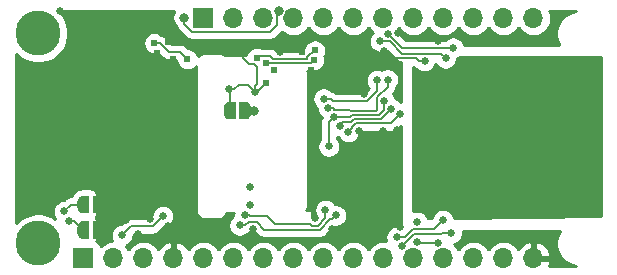
<source format=gbr>
G04 #@! TF.GenerationSoftware,KiCad,Pcbnew,(5.1.4)-1*
G04 #@! TF.CreationDate,2019-12-01T21:56:44-05:00*
G04 #@! TF.ProjectId,Feather-weather-station,46656174-6865-4722-9d77-656174686572,rev?*
G04 #@! TF.SameCoordinates,Original*
G04 #@! TF.FileFunction,Copper,L2,Bot*
G04 #@! TF.FilePolarity,Positive*
%FSLAX46Y46*%
G04 Gerber Fmt 4.6, Leading zero omitted, Abs format (unit mm)*
G04 Created by KiCad (PCBNEW (5.1.4)-1) date 2019-12-01 21:56:44*
%MOMM*%
%LPD*%
G04 APERTURE LIST*
%ADD10C,0.500000*%
%ADD11C,0.100000*%
%ADD12C,3.800000*%
%ADD13O,1.700000X1.700000*%
%ADD14R,1.700000X1.700000*%
%ADD15C,0.660400*%
%ADD16C,0.800000*%
%ADD17C,0.609600*%
%ADD18C,0.152400*%
%ADD19C,0.254000*%
G04 APERTURE END LIST*
D10*
X139331700Y-60058300D03*
D11*
G36*
X139331700Y-59308902D02*
G01*
X139356234Y-59308902D01*
X139405065Y-59313712D01*
X139453190Y-59323284D01*
X139500145Y-59337528D01*
X139545478Y-59356305D01*
X139588751Y-59379436D01*
X139629550Y-59406696D01*
X139667479Y-59437824D01*
X139702176Y-59472521D01*
X139733304Y-59510450D01*
X139760564Y-59551249D01*
X139783695Y-59594522D01*
X139802472Y-59639855D01*
X139816716Y-59686810D01*
X139826288Y-59734935D01*
X139831098Y-59783766D01*
X139831098Y-59808300D01*
X139831700Y-59808300D01*
X139831700Y-60308300D01*
X139831098Y-60308300D01*
X139831098Y-60332834D01*
X139826288Y-60381665D01*
X139816716Y-60429790D01*
X139802472Y-60476745D01*
X139783695Y-60522078D01*
X139760564Y-60565351D01*
X139733304Y-60606150D01*
X139702176Y-60644079D01*
X139667479Y-60678776D01*
X139629550Y-60709904D01*
X139588751Y-60737164D01*
X139545478Y-60760295D01*
X139500145Y-60779072D01*
X139453190Y-60793316D01*
X139405065Y-60802888D01*
X139356234Y-60807698D01*
X139331700Y-60807698D01*
X139331700Y-60808300D01*
X138831700Y-60808300D01*
X138831700Y-59308300D01*
X139331700Y-59308300D01*
X139331700Y-59308902D01*
X139331700Y-59308902D01*
G37*
D10*
X138031700Y-60058300D03*
D11*
G36*
X138531700Y-60808300D02*
G01*
X138031700Y-60808300D01*
X138031700Y-60807698D01*
X138007166Y-60807698D01*
X137958335Y-60802888D01*
X137910210Y-60793316D01*
X137863255Y-60779072D01*
X137817922Y-60760295D01*
X137774649Y-60737164D01*
X137733850Y-60709904D01*
X137695921Y-60678776D01*
X137661224Y-60644079D01*
X137630096Y-60606150D01*
X137602836Y-60565351D01*
X137579705Y-60522078D01*
X137560928Y-60476745D01*
X137546684Y-60429790D01*
X137537112Y-60381665D01*
X137532302Y-60332834D01*
X137532302Y-60308300D01*
X137531700Y-60308300D01*
X137531700Y-59808300D01*
X137532302Y-59808300D01*
X137532302Y-59783766D01*
X137537112Y-59734935D01*
X137546684Y-59686810D01*
X137560928Y-59639855D01*
X137579705Y-59594522D01*
X137602836Y-59551249D01*
X137630096Y-59510450D01*
X137661224Y-59472521D01*
X137695921Y-59437824D01*
X137733850Y-59406696D01*
X137774649Y-59379436D01*
X137817922Y-59356305D01*
X137863255Y-59337528D01*
X137910210Y-59323284D01*
X137958335Y-59313712D01*
X138007166Y-59308902D01*
X138031700Y-59308902D01*
X138031700Y-59308300D01*
X138531700Y-59308300D01*
X138531700Y-60808300D01*
X138531700Y-60808300D01*
G37*
D12*
X121831100Y-71310500D03*
X121831100Y-53530500D03*
D13*
X163741100Y-72580500D03*
X161201100Y-72580500D03*
X158661100Y-72580500D03*
X156121100Y-72580500D03*
X153581100Y-72580500D03*
X151041100Y-72580500D03*
X148501100Y-72580500D03*
X145961100Y-72580500D03*
X143421100Y-72580500D03*
X140881100Y-72580500D03*
X138341100Y-72580500D03*
X135801100Y-72580500D03*
X133261100Y-72580500D03*
X130721100Y-72580500D03*
X128181100Y-72580500D03*
D14*
X125641100Y-72580500D03*
D13*
X163741100Y-52260500D03*
X161201100Y-52260500D03*
X158661100Y-52260500D03*
X156121100Y-52260500D03*
X153581100Y-52260500D03*
X151041100Y-52260500D03*
X148501100Y-52260500D03*
X145961100Y-52260500D03*
X143421100Y-52260500D03*
X140881100Y-52260500D03*
X138341100Y-52260500D03*
D14*
X135801100Y-52260500D03*
D10*
X126936500Y-70167500D03*
D11*
G36*
X126936500Y-69418102D02*
G01*
X126961034Y-69418102D01*
X127009865Y-69422912D01*
X127057990Y-69432484D01*
X127104945Y-69446728D01*
X127150278Y-69465505D01*
X127193551Y-69488636D01*
X127234350Y-69515896D01*
X127272279Y-69547024D01*
X127306976Y-69581721D01*
X127338104Y-69619650D01*
X127365364Y-69660449D01*
X127388495Y-69703722D01*
X127407272Y-69749055D01*
X127421516Y-69796010D01*
X127431088Y-69844135D01*
X127435898Y-69892966D01*
X127435898Y-69917500D01*
X127436500Y-69917500D01*
X127436500Y-70417500D01*
X127435898Y-70417500D01*
X127435898Y-70442034D01*
X127431088Y-70490865D01*
X127421516Y-70538990D01*
X127407272Y-70585945D01*
X127388495Y-70631278D01*
X127365364Y-70674551D01*
X127338104Y-70715350D01*
X127306976Y-70753279D01*
X127272279Y-70787976D01*
X127234350Y-70819104D01*
X127193551Y-70846364D01*
X127150278Y-70869495D01*
X127104945Y-70888272D01*
X127057990Y-70902516D01*
X127009865Y-70912088D01*
X126961034Y-70916898D01*
X126936500Y-70916898D01*
X126936500Y-70917500D01*
X126436500Y-70917500D01*
X126436500Y-69417500D01*
X126936500Y-69417500D01*
X126936500Y-69418102D01*
X126936500Y-69418102D01*
G37*
D10*
X125636500Y-70167500D03*
D11*
G36*
X126136500Y-70917500D02*
G01*
X125636500Y-70917500D01*
X125636500Y-70916898D01*
X125611966Y-70916898D01*
X125563135Y-70912088D01*
X125515010Y-70902516D01*
X125468055Y-70888272D01*
X125422722Y-70869495D01*
X125379449Y-70846364D01*
X125338650Y-70819104D01*
X125300721Y-70787976D01*
X125266024Y-70753279D01*
X125234896Y-70715350D01*
X125207636Y-70674551D01*
X125184505Y-70631278D01*
X125165728Y-70585945D01*
X125151484Y-70538990D01*
X125141912Y-70490865D01*
X125137102Y-70442034D01*
X125137102Y-70417500D01*
X125136500Y-70417500D01*
X125136500Y-69917500D01*
X125137102Y-69917500D01*
X125137102Y-69892966D01*
X125141912Y-69844135D01*
X125151484Y-69796010D01*
X125165728Y-69749055D01*
X125184505Y-69703722D01*
X125207636Y-69660449D01*
X125234896Y-69619650D01*
X125266024Y-69581721D01*
X125300721Y-69547024D01*
X125338650Y-69515896D01*
X125379449Y-69488636D01*
X125422722Y-69465505D01*
X125468055Y-69446728D01*
X125515010Y-69432484D01*
X125563135Y-69422912D01*
X125611966Y-69418102D01*
X125636500Y-69418102D01*
X125636500Y-69417500D01*
X126136500Y-69417500D01*
X126136500Y-70917500D01*
X126136500Y-70917500D01*
G37*
D10*
X126936500Y-68021200D03*
D11*
G36*
X126936500Y-67271802D02*
G01*
X126961034Y-67271802D01*
X127009865Y-67276612D01*
X127057990Y-67286184D01*
X127104945Y-67300428D01*
X127150278Y-67319205D01*
X127193551Y-67342336D01*
X127234350Y-67369596D01*
X127272279Y-67400724D01*
X127306976Y-67435421D01*
X127338104Y-67473350D01*
X127365364Y-67514149D01*
X127388495Y-67557422D01*
X127407272Y-67602755D01*
X127421516Y-67649710D01*
X127431088Y-67697835D01*
X127435898Y-67746666D01*
X127435898Y-67771200D01*
X127436500Y-67771200D01*
X127436500Y-68271200D01*
X127435898Y-68271200D01*
X127435898Y-68295734D01*
X127431088Y-68344565D01*
X127421516Y-68392690D01*
X127407272Y-68439645D01*
X127388495Y-68484978D01*
X127365364Y-68528251D01*
X127338104Y-68569050D01*
X127306976Y-68606979D01*
X127272279Y-68641676D01*
X127234350Y-68672804D01*
X127193551Y-68700064D01*
X127150278Y-68723195D01*
X127104945Y-68741972D01*
X127057990Y-68756216D01*
X127009865Y-68765788D01*
X126961034Y-68770598D01*
X126936500Y-68770598D01*
X126936500Y-68771200D01*
X126436500Y-68771200D01*
X126436500Y-67271200D01*
X126936500Y-67271200D01*
X126936500Y-67271802D01*
X126936500Y-67271802D01*
G37*
D10*
X125636500Y-68021200D03*
D11*
G36*
X126136500Y-68771200D02*
G01*
X125636500Y-68771200D01*
X125636500Y-68770598D01*
X125611966Y-68770598D01*
X125563135Y-68765788D01*
X125515010Y-68756216D01*
X125468055Y-68741972D01*
X125422722Y-68723195D01*
X125379449Y-68700064D01*
X125338650Y-68672804D01*
X125300721Y-68641676D01*
X125266024Y-68606979D01*
X125234896Y-68569050D01*
X125207636Y-68528251D01*
X125184505Y-68484978D01*
X125165728Y-68439645D01*
X125151484Y-68392690D01*
X125141912Y-68344565D01*
X125137102Y-68295734D01*
X125137102Y-68271200D01*
X125136500Y-68271200D01*
X125136500Y-67771200D01*
X125137102Y-67771200D01*
X125137102Y-67746666D01*
X125141912Y-67697835D01*
X125151484Y-67649710D01*
X125165728Y-67602755D01*
X125184505Y-67557422D01*
X125207636Y-67514149D01*
X125234896Y-67473350D01*
X125266024Y-67435421D01*
X125300721Y-67400724D01*
X125338650Y-67369596D01*
X125379449Y-67342336D01*
X125422722Y-67319205D01*
X125468055Y-67300428D01*
X125515010Y-67286184D01*
X125563135Y-67276612D01*
X125611966Y-67271802D01*
X125636500Y-67271802D01*
X125636500Y-67271200D01*
X126136500Y-67271200D01*
X126136500Y-68771200D01*
X126136500Y-68771200D01*
G37*
D15*
X138861800Y-69786500D03*
X147015200Y-68948300D03*
X152455880Y-60365640D03*
X148082000Y-61864240D03*
X139306300Y-68948300D03*
X146138900Y-68491100D03*
X151719280Y-59903360D03*
X147330160Y-61371480D03*
X151130000Y-59273440D03*
X146847560Y-60604400D03*
X146410680Y-63103760D03*
X132384799Y-68986399D03*
X128905000Y-70612000D03*
D16*
X134200900Y-52197000D03*
X142214600Y-51625500D03*
D15*
X126022100Y-60528200D03*
X124498100Y-65138300D03*
X153847800Y-71196200D03*
X152476200Y-69926200D03*
X140157600Y-58464600D03*
X137947400Y-58242200D03*
X131267200Y-69240400D03*
X132765800Y-69799200D03*
X130276600Y-70485000D03*
X129209800Y-69342000D03*
X139153900Y-55168800D03*
D17*
X132842000Y-54241700D03*
X131864100Y-55232300D03*
X134683500Y-54673500D03*
X133261100Y-55689500D03*
X141122400Y-57696100D03*
X141782800Y-56667400D03*
D15*
X142265400Y-55067200D03*
D17*
X144157700Y-55079900D03*
X144881600Y-56629300D03*
D15*
X150850600Y-66001900D03*
X123634500Y-51676300D03*
X134480300Y-67792600D03*
X139788900Y-66560700D03*
X140017500Y-70129400D03*
X139776200Y-68046600D03*
X145249900Y-69189600D03*
X146672300Y-70129400D03*
X149387560Y-58648600D03*
X152262840Y-53512720D03*
X151069040Y-55041800D03*
X151023320Y-61788040D03*
X145496280Y-57856120D03*
X148981160Y-61757560D03*
X155641040Y-54183280D03*
X154523440Y-55869840D03*
X155646120Y-71236840D03*
X153908760Y-69499480D03*
X158186120Y-70744080D03*
X165333680Y-70672960D03*
X165877240Y-72882760D03*
X150942040Y-64135000D03*
X152120600Y-64160400D03*
X152069800Y-65389760D03*
X152186640Y-61691520D03*
X144876520Y-58648600D03*
X124871480Y-55153560D03*
X126075440Y-54315360D03*
X130423920Y-54234080D03*
X129702560Y-57271920D03*
X130931920Y-55377080D03*
X121508520Y-59039760D03*
X123718320Y-59065160D03*
X127579120Y-60116720D03*
X121478040Y-65166240D03*
X123484640Y-61513720D03*
X123235720Y-63271400D03*
X128132840Y-66898520D03*
X124729240Y-66675000D03*
X135021320Y-59766200D03*
X134975600Y-62565280D03*
X134833360Y-65140840D03*
X161198560Y-70647560D03*
X148325840Y-68737480D03*
X126685040Y-66614040D03*
X152603200Y-71551800D03*
X156806900Y-70446900D03*
X152184100Y-70777100D03*
X156070300Y-69354700D03*
X124002800Y-68605400D03*
X124383800Y-69418200D03*
X146375120Y-59842400D03*
X150774400Y-54203600D03*
X156301440Y-55646320D03*
X151399240Y-57439560D03*
D17*
X134454900Y-55727600D03*
X131635500Y-54356000D03*
D15*
X150515320Y-57500520D03*
X145978880Y-59070240D03*
X151404320Y-53594000D03*
X156941520Y-54737000D03*
D17*
X141071600Y-56045100D03*
X145161000Y-55791100D03*
X140335000Y-55587900D03*
X145237200Y-54978300D03*
D16*
X140103400Y-60118800D03*
D15*
X153944320Y-57180480D03*
X157793600Y-57353200D03*
X166730680Y-55935880D03*
X168955720Y-57353200D03*
X168940480Y-67467480D03*
X157793600Y-67467480D03*
X163306760Y-61259720D03*
X155529280Y-56581040D03*
X155163520Y-61584840D03*
D18*
X139328773Y-69786500D02*
X138861800Y-69786500D01*
X139365574Y-69786500D02*
X139328773Y-69786500D01*
X140308573Y-69522999D02*
X139629075Y-69522999D01*
X139629075Y-69522999D02*
X139365574Y-69786500D01*
X140933985Y-70148411D02*
X140308573Y-69522999D01*
X145686946Y-70148411D02*
X140933985Y-70148411D01*
X146556857Y-69278499D02*
X145686946Y-70148411D01*
X146685001Y-69278499D02*
X146556857Y-69278499D01*
X147015200Y-68948300D02*
X146685001Y-69278499D01*
X148412199Y-61534041D02*
X148082000Y-61864240D01*
X148412199Y-61429047D02*
X148412199Y-61534041D01*
X148690087Y-61151159D02*
X148412199Y-61429047D01*
X151670361Y-61151159D02*
X148690087Y-61151159D01*
X152455880Y-60365640D02*
X151670361Y-61151159D01*
X139773273Y-68948300D02*
X139785973Y-68961000D01*
X139306300Y-68948300D02*
X139773273Y-68948300D01*
X139785973Y-68961000D02*
X141173200Y-68961000D01*
X141173200Y-68961000D02*
X141897100Y-69684900D01*
X146138900Y-68958073D02*
X146138900Y-68491100D01*
X146138900Y-69198074D02*
X146138900Y-68958073D01*
X145540973Y-69796001D02*
X146138900Y-69198074D01*
X144958827Y-69796001D02*
X145540973Y-69796001D01*
X144847726Y-69684900D02*
X144958827Y-69796001D01*
X141897100Y-69684900D02*
X144847726Y-69684900D01*
X148301583Y-61041281D02*
X148544114Y-60798749D01*
X147330160Y-61371480D02*
X147660359Y-61041281D01*
X147660359Y-61041281D02*
X148301583Y-61041281D01*
X150823891Y-60798749D02*
X151719280Y-59903360D01*
X148544114Y-60798749D02*
X150823891Y-60798749D01*
X151112879Y-59632239D02*
X151130000Y-59615118D01*
X151112879Y-60011379D02*
X151112879Y-59632239D01*
X151130000Y-59615118D02*
X151130000Y-59273440D01*
X146847560Y-60604400D02*
X148240080Y-60604400D01*
X148398141Y-60446339D02*
X150505741Y-60446339D01*
X150505741Y-60446339D02*
X150510240Y-60441840D01*
X150510240Y-60441840D02*
X150682418Y-60441840D01*
X148240080Y-60604400D02*
X148398141Y-60446339D01*
X150682418Y-60441840D02*
X151112879Y-60011379D01*
X146410680Y-61041280D02*
X146410680Y-63103760D01*
X146847560Y-60604400D02*
X146410680Y-61041280D01*
X132054600Y-69316598D02*
X132384799Y-68986399D01*
X131524397Y-69846801D02*
X132054600Y-69316598D01*
X129670199Y-69846801D02*
X131524397Y-69846801D01*
X128905000Y-70612000D02*
X129670199Y-69846801D01*
X134200900Y-52762685D02*
X134200900Y-52197000D01*
X134824916Y-53386701D02*
X134200900Y-52762685D01*
X141421677Y-53386701D02*
X134824916Y-53386701D01*
X142007301Y-52801077D02*
X141421677Y-53386701D01*
X142007301Y-51719923D02*
X142007301Y-52801077D01*
X142101724Y-51625500D02*
X142007301Y-51719923D01*
X142214600Y-51625500D02*
X142101724Y-51625500D01*
X138414373Y-58242200D02*
X138795373Y-57861200D01*
X137947400Y-58242200D02*
X138414373Y-58242200D01*
X139554200Y-57861200D02*
X140157600Y-58464600D01*
X138795373Y-57861200D02*
X139554200Y-57861200D01*
X140347700Y-57807527D02*
X140157600Y-57997627D01*
X140157600Y-57997627D02*
X140157600Y-58464600D01*
X139153900Y-55168800D02*
X139153900Y-55635773D01*
X139153900Y-55635773D02*
X139636500Y-56118373D01*
X139636500Y-56118373D02*
X139636500Y-56146700D01*
X139636500Y-56146700D02*
X140119100Y-56146700D01*
X140119100Y-56146700D02*
X140347700Y-56375300D01*
X140347700Y-56375300D02*
X140347700Y-57807527D01*
X140353900Y-58464600D02*
X141122400Y-57696100D01*
X140157600Y-58464600D02*
X140353900Y-58464600D01*
X138031700Y-58326500D02*
X137947400Y-58242200D01*
X138031700Y-60058300D02*
X138031700Y-58326500D01*
X151399239Y-55371999D02*
X151069040Y-55041800D01*
X151643089Y-55615849D02*
X151399239Y-55371999D01*
X153802476Y-55615849D02*
X151643089Y-55615849D01*
X154056467Y-55869840D02*
X153802476Y-55615849D01*
X154523440Y-55869840D02*
X154056467Y-55869840D01*
X153888440Y-71236840D02*
X153847800Y-71196200D01*
X155646120Y-71236840D02*
X153888440Y-71236840D01*
X155902001Y-70513599D02*
X155968700Y-70446900D01*
X153641401Y-70513599D02*
X152603200Y-71551800D01*
X155902001Y-70513599D02*
X153641401Y-70513599D01*
X155968700Y-70446900D02*
X156806900Y-70446900D01*
X155740101Y-69684899D02*
X156070300Y-69354700D01*
X155311499Y-70113501D02*
X155740101Y-69684899D01*
X153543118Y-70113501D02*
X155311499Y-70113501D01*
X152879519Y-70777100D02*
X153543118Y-70113501D01*
X152184100Y-70777100D02*
X152879519Y-70777100D01*
X125534900Y-68605400D02*
X125674600Y-68465700D01*
X124587000Y-68021200D02*
X125636500Y-68021200D01*
X124002800Y-68605400D02*
X124587000Y-68021200D01*
X125217400Y-69748400D02*
X125636500Y-70167500D01*
X124887200Y-69418200D02*
X125636500Y-70167500D01*
X124383800Y-69418200D02*
X124887200Y-69418200D01*
X150774400Y-54203600D02*
X151557864Y-54203600D01*
X151557864Y-54203600D02*
X152617703Y-55263439D01*
X155918559Y-55263439D02*
X156301440Y-55646320D01*
X152617703Y-55263439D02*
X155918559Y-55263439D01*
X151399240Y-58069480D02*
X151399240Y-57439560D01*
X150523599Y-58945121D02*
X151399240Y-58069480D01*
X150523599Y-60022081D02*
X150523599Y-58945121D01*
X148262409Y-60093929D02*
X150451751Y-60093929D01*
X150451751Y-60093929D02*
X150523599Y-60022081D01*
X146842093Y-59842400D02*
X146872960Y-59873267D01*
X146872960Y-59873267D02*
X146872960Y-59979560D01*
X146375120Y-59842400D02*
X146842093Y-59842400D01*
X146872960Y-59979560D02*
X146891399Y-59997999D01*
X146891399Y-59997999D02*
X148166479Y-59997999D01*
X148166479Y-59997999D02*
X148262409Y-60093929D01*
X134150101Y-55422801D02*
X134454900Y-55727600D01*
X133835799Y-55108499D02*
X134150101Y-55422801D01*
X132848917Y-55108499D02*
X133835799Y-55108499D01*
X132096418Y-54356000D02*
X132848917Y-55108499D01*
X131635500Y-54356000D02*
X132096418Y-54356000D01*
X150515320Y-57967493D02*
X150515320Y-57500520D01*
X150515320Y-58418314D02*
X150515320Y-57967493D01*
X149678633Y-59255001D02*
X150515320Y-58418314D01*
X146753077Y-59255001D02*
X149678633Y-59255001D01*
X146568316Y-59070240D02*
X146753077Y-59255001D01*
X145978880Y-59070240D02*
X146568316Y-59070240D01*
X151446646Y-53594000D02*
X152642327Y-54789681D01*
X151404320Y-53594000D02*
X151446646Y-53594000D01*
X156474547Y-54737000D02*
X156941520Y-54737000D01*
X156421866Y-54789681D02*
X156474547Y-54737000D01*
X152642327Y-54789681D02*
X156421866Y-54789681D01*
X144907000Y-56045100D02*
X145161000Y-55791100D01*
X141071600Y-56045100D02*
X144907000Y-56045100D01*
X144882119Y-55210099D02*
X145005401Y-55210099D01*
X140335000Y-55587900D02*
X140458801Y-55464099D01*
X145005401Y-55210099D02*
X145237200Y-54978300D01*
X141430399Y-55464099D02*
X141658990Y-55692690D01*
X141658990Y-55692690D02*
X144579999Y-55692690D01*
X144579999Y-55692690D02*
X144579999Y-55512219D01*
X140458801Y-55464099D02*
X141430399Y-55464099D01*
X144579999Y-55512219D02*
X144882119Y-55210099D01*
X139392200Y-60118800D02*
X139331700Y-60058300D01*
X140103400Y-60118800D02*
X139392200Y-60118800D01*
D19*
G36*
X165880634Y-70417618D02*
G01*
X165738539Y-70760666D01*
X165666100Y-71124844D01*
X165666100Y-71496156D01*
X165738539Y-71860334D01*
X165880634Y-72203382D01*
X166086925Y-72512118D01*
X166349482Y-72774675D01*
X166658218Y-72980966D01*
X167001266Y-73123061D01*
X167340307Y-73190500D01*
X165092796Y-73190500D01*
X165182581Y-72937391D01*
X165061914Y-72707500D01*
X163868100Y-72707500D01*
X163868100Y-72727500D01*
X163614100Y-72727500D01*
X163614100Y-72707500D01*
X163594100Y-72707500D01*
X163594100Y-72453500D01*
X163614100Y-72453500D01*
X163614100Y-71260345D01*
X163868100Y-71260345D01*
X163868100Y-72453500D01*
X165061914Y-72453500D01*
X165182581Y-72223609D01*
X165085257Y-71949248D01*
X164936278Y-71699145D01*
X164741369Y-71482912D01*
X164508020Y-71308859D01*
X164245199Y-71183675D01*
X164097990Y-71139024D01*
X163868100Y-71260345D01*
X163614100Y-71260345D01*
X163384210Y-71139024D01*
X163237001Y-71183675D01*
X162974180Y-71308859D01*
X162740831Y-71482912D01*
X162545922Y-71699145D01*
X162476301Y-71816023D01*
X162441806Y-71751486D01*
X162256234Y-71525366D01*
X162030114Y-71339794D01*
X161772134Y-71201901D01*
X161492211Y-71116987D01*
X161274050Y-71095500D01*
X161128150Y-71095500D01*
X160909989Y-71116987D01*
X160630066Y-71201901D01*
X160372086Y-71339794D01*
X160145966Y-71525366D01*
X159960394Y-71751486D01*
X159931100Y-71806291D01*
X159901806Y-71751486D01*
X159716234Y-71525366D01*
X159490114Y-71339794D01*
X159232134Y-71201901D01*
X158952211Y-71116987D01*
X158734050Y-71095500D01*
X158588150Y-71095500D01*
X158369989Y-71116987D01*
X158090066Y-71201901D01*
X157832086Y-71339794D01*
X157605966Y-71525366D01*
X157420394Y-71751486D01*
X157391100Y-71806291D01*
X157361806Y-71751486D01*
X157176234Y-71525366D01*
X157011637Y-71390285D01*
X157088438Y-71375008D01*
X157264094Y-71302249D01*
X157422179Y-71196620D01*
X157556620Y-71062179D01*
X157662249Y-70904094D01*
X157735008Y-70728438D01*
X157772100Y-70541964D01*
X157772100Y-70351836D01*
X157748064Y-70231000D01*
X166005328Y-70231000D01*
X165880634Y-70417618D01*
X165880634Y-70417618D01*
G37*
X165880634Y-70417618D02*
X165738539Y-70760666D01*
X165666100Y-71124844D01*
X165666100Y-71496156D01*
X165738539Y-71860334D01*
X165880634Y-72203382D01*
X166086925Y-72512118D01*
X166349482Y-72774675D01*
X166658218Y-72980966D01*
X167001266Y-73123061D01*
X167340307Y-73190500D01*
X165092796Y-73190500D01*
X165182581Y-72937391D01*
X165061914Y-72707500D01*
X163868100Y-72707500D01*
X163868100Y-72727500D01*
X163614100Y-72727500D01*
X163614100Y-72707500D01*
X163594100Y-72707500D01*
X163594100Y-72453500D01*
X163614100Y-72453500D01*
X163614100Y-71260345D01*
X163868100Y-71260345D01*
X163868100Y-72453500D01*
X165061914Y-72453500D01*
X165182581Y-72223609D01*
X165085257Y-71949248D01*
X164936278Y-71699145D01*
X164741369Y-71482912D01*
X164508020Y-71308859D01*
X164245199Y-71183675D01*
X164097990Y-71139024D01*
X163868100Y-71260345D01*
X163614100Y-71260345D01*
X163384210Y-71139024D01*
X163237001Y-71183675D01*
X162974180Y-71308859D01*
X162740831Y-71482912D01*
X162545922Y-71699145D01*
X162476301Y-71816023D01*
X162441806Y-71751486D01*
X162256234Y-71525366D01*
X162030114Y-71339794D01*
X161772134Y-71201901D01*
X161492211Y-71116987D01*
X161274050Y-71095500D01*
X161128150Y-71095500D01*
X160909989Y-71116987D01*
X160630066Y-71201901D01*
X160372086Y-71339794D01*
X160145966Y-71525366D01*
X159960394Y-71751486D01*
X159931100Y-71806291D01*
X159901806Y-71751486D01*
X159716234Y-71525366D01*
X159490114Y-71339794D01*
X159232134Y-71201901D01*
X158952211Y-71116987D01*
X158734050Y-71095500D01*
X158588150Y-71095500D01*
X158369989Y-71116987D01*
X158090066Y-71201901D01*
X157832086Y-71339794D01*
X157605966Y-71525366D01*
X157420394Y-71751486D01*
X157391100Y-71806291D01*
X157361806Y-71751486D01*
X157176234Y-71525366D01*
X157011637Y-71390285D01*
X157088438Y-71375008D01*
X157264094Y-71302249D01*
X157422179Y-71196620D01*
X157556620Y-71062179D01*
X157662249Y-70904094D01*
X157735008Y-70728438D01*
X157772100Y-70541964D01*
X157772100Y-70351836D01*
X157748064Y-70231000D01*
X166005328Y-70231000D01*
X165880634Y-70417618D01*
G36*
X133283695Y-51706744D02*
G01*
X133205674Y-51895102D01*
X133165900Y-52095061D01*
X133165900Y-52298939D01*
X133205674Y-52498898D01*
X133283695Y-52687256D01*
X133396963Y-52856774D01*
X133525115Y-52984926D01*
X133540658Y-53036165D01*
X133606698Y-53159717D01*
X133695573Y-53268011D01*
X133722710Y-53290282D01*
X134297318Y-53864891D01*
X134319589Y-53892028D01*
X134427883Y-53980903D01*
X134551435Y-54046943D01*
X134685496Y-54087610D01*
X134789980Y-54097901D01*
X134789987Y-54097901D01*
X134824916Y-54101341D01*
X134859844Y-54097901D01*
X141386751Y-54097901D01*
X141421677Y-54101341D01*
X141456603Y-54097901D01*
X141456613Y-54097901D01*
X141561097Y-54087610D01*
X141695158Y-54046943D01*
X141818710Y-53980903D01*
X141927004Y-53892028D01*
X141949278Y-53864887D01*
X142438778Y-53375389D01*
X142592086Y-53501206D01*
X142850066Y-53639099D01*
X143129989Y-53724013D01*
X143348150Y-53745500D01*
X143494050Y-53745500D01*
X143712211Y-53724013D01*
X143992134Y-53639099D01*
X144250114Y-53501206D01*
X144476234Y-53315634D01*
X144661806Y-53089514D01*
X144691100Y-53034709D01*
X144720394Y-53089514D01*
X144905966Y-53315634D01*
X145132086Y-53501206D01*
X145390066Y-53639099D01*
X145669989Y-53724013D01*
X145888150Y-53745500D01*
X146034050Y-53745500D01*
X146252211Y-53724013D01*
X146532134Y-53639099D01*
X146790114Y-53501206D01*
X147016234Y-53315634D01*
X147201806Y-53089514D01*
X147231100Y-53034709D01*
X147260394Y-53089514D01*
X147445966Y-53315634D01*
X147672086Y-53501206D01*
X147930066Y-53639099D01*
X148209989Y-53724013D01*
X148428150Y-53745500D01*
X148574050Y-53745500D01*
X148792211Y-53724013D01*
X149072134Y-53639099D01*
X149330114Y-53501206D01*
X149556234Y-53315634D01*
X149741806Y-53089514D01*
X149771100Y-53034709D01*
X149800394Y-53089514D01*
X149985966Y-53315634D01*
X150157002Y-53455999D01*
X150024680Y-53588321D01*
X149919051Y-53746406D01*
X149846292Y-53922062D01*
X149809200Y-54108536D01*
X149809200Y-54298664D01*
X149846292Y-54485138D01*
X149919051Y-54660794D01*
X150024680Y-54818879D01*
X150159121Y-54953320D01*
X150317206Y-55058949D01*
X150492862Y-55131708D01*
X150679336Y-55168800D01*
X150869464Y-55168800D01*
X151055938Y-55131708D01*
X151231594Y-55058949D01*
X151336997Y-54988521D01*
X152090110Y-55741635D01*
X152112376Y-55768766D01*
X152139507Y-55791032D01*
X152139512Y-55791037D01*
X152220670Y-55857641D01*
X152344221Y-55923681D01*
X152478283Y-55964348D01*
X152527000Y-55969146D01*
X152527000Y-59374884D01*
X152469000Y-59288081D01*
X152334559Y-59153640D01*
X152176474Y-59048011D01*
X152059643Y-58999618D01*
X152058108Y-58991902D01*
X151985349Y-58816246D01*
X151879720Y-58658161D01*
X151848034Y-58626475D01*
X151877440Y-58597069D01*
X151904566Y-58574807D01*
X151926828Y-58547681D01*
X151926837Y-58547672D01*
X151993442Y-58466513D01*
X152023650Y-58409998D01*
X152059482Y-58342961D01*
X152100149Y-58208900D01*
X152110440Y-58104416D01*
X152110440Y-58104407D01*
X152111647Y-58092152D01*
X152148960Y-58054839D01*
X152254589Y-57896754D01*
X152327348Y-57721098D01*
X152364440Y-57534624D01*
X152364440Y-57344496D01*
X152327348Y-57158022D01*
X152254589Y-56982366D01*
X152148960Y-56824281D01*
X152014519Y-56689840D01*
X151856434Y-56584211D01*
X151680778Y-56511452D01*
X151494304Y-56474360D01*
X151304176Y-56474360D01*
X151117702Y-56511452D01*
X150942046Y-56584211D01*
X150897386Y-56614052D01*
X150796858Y-56572412D01*
X150610384Y-56535320D01*
X150420256Y-56535320D01*
X150233782Y-56572412D01*
X150058126Y-56645171D01*
X149900041Y-56750800D01*
X149765600Y-56885241D01*
X149659971Y-57043326D01*
X149587212Y-57218982D01*
X149550120Y-57405456D01*
X149550120Y-57595584D01*
X149587212Y-57782058D01*
X149659971Y-57957714D01*
X149765600Y-58115799D01*
X149788824Y-58139023D01*
X149384046Y-58543801D01*
X147047918Y-58543801D01*
X146965349Y-58476038D01*
X146841797Y-58409998D01*
X146707736Y-58369331D01*
X146635894Y-58362255D01*
X146594159Y-58320520D01*
X146436074Y-58214891D01*
X146260418Y-58142132D01*
X146073944Y-58105040D01*
X145883816Y-58105040D01*
X145697342Y-58142132D01*
X145521686Y-58214891D01*
X145363601Y-58320520D01*
X145229160Y-58454961D01*
X145123531Y-58613046D01*
X145050772Y-58788702D01*
X145013680Y-58975176D01*
X145013680Y-59165304D01*
X145050772Y-59351778D01*
X145123531Y-59527434D01*
X145229160Y-59685519D01*
X145363601Y-59819960D01*
X145409920Y-59850909D01*
X145409920Y-59937464D01*
X145447012Y-60123938D01*
X145519771Y-60299594D01*
X145625400Y-60457679D01*
X145759841Y-60592120D01*
X145824049Y-60635023D01*
X145816478Y-60644248D01*
X145750438Y-60767800D01*
X145709771Y-60901861D01*
X145699480Y-61006345D01*
X145699480Y-61006354D01*
X145696040Y-61041280D01*
X145699480Y-61076206D01*
X145699481Y-62449960D01*
X145660960Y-62488481D01*
X145555331Y-62646566D01*
X145482572Y-62822222D01*
X145445480Y-63008696D01*
X145445480Y-63198824D01*
X145482572Y-63385298D01*
X145555331Y-63560954D01*
X145660960Y-63719039D01*
X145795401Y-63853480D01*
X145953486Y-63959109D01*
X146129142Y-64031868D01*
X146315616Y-64068960D01*
X146505744Y-64068960D01*
X146692218Y-64031868D01*
X146867874Y-63959109D01*
X147025959Y-63853480D01*
X147160400Y-63719039D01*
X147266029Y-63560954D01*
X147338788Y-63385298D01*
X147375880Y-63198824D01*
X147375880Y-63008696D01*
X147338788Y-62822222D01*
X147266029Y-62646566D01*
X147160400Y-62488481D01*
X147121880Y-62449961D01*
X147121880Y-62314160D01*
X147235096Y-62336680D01*
X147236838Y-62336680D01*
X147332280Y-62479519D01*
X147466721Y-62613960D01*
X147624806Y-62719589D01*
X147800462Y-62792348D01*
X147986936Y-62829440D01*
X148177064Y-62829440D01*
X148363538Y-62792348D01*
X148539194Y-62719589D01*
X148697279Y-62613960D01*
X148831720Y-62479519D01*
X148937349Y-62321434D01*
X149010108Y-62145778D01*
X149047200Y-61959304D01*
X149047200Y-61862359D01*
X151635435Y-61862359D01*
X151670361Y-61865799D01*
X151705287Y-61862359D01*
X151705297Y-61862359D01*
X151809781Y-61852068D01*
X151943842Y-61811401D01*
X152067394Y-61745361D01*
X152175688Y-61656486D01*
X152197962Y-61629345D01*
X152496468Y-61330840D01*
X152527000Y-61330840D01*
X152527000Y-69855080D01*
X152480336Y-69855080D01*
X152465638Y-69848992D01*
X152279164Y-69811900D01*
X152089036Y-69811900D01*
X151902562Y-69848992D01*
X151726906Y-69921751D01*
X151568821Y-70027380D01*
X151434380Y-70161821D01*
X151328751Y-70319906D01*
X151255992Y-70495562D01*
X151218900Y-70682036D01*
X151218900Y-70872164D01*
X151255992Y-71058638D01*
X151277947Y-71111642D01*
X151114050Y-71095500D01*
X150968150Y-71095500D01*
X150749989Y-71116987D01*
X150470066Y-71201901D01*
X150212086Y-71339794D01*
X149985966Y-71525366D01*
X149800394Y-71751486D01*
X149771100Y-71806291D01*
X149741806Y-71751486D01*
X149556234Y-71525366D01*
X149330114Y-71339794D01*
X149072134Y-71201901D01*
X148792211Y-71116987D01*
X148574050Y-71095500D01*
X148428150Y-71095500D01*
X148209989Y-71116987D01*
X147930066Y-71201901D01*
X147672086Y-71339794D01*
X147445966Y-71525366D01*
X147260394Y-71751486D01*
X147231100Y-71806291D01*
X147201806Y-71751486D01*
X147016234Y-71525366D01*
X146790114Y-71339794D01*
X146532134Y-71201901D01*
X146252211Y-71116987D01*
X146034050Y-71095500D01*
X145888150Y-71095500D01*
X145669989Y-71116987D01*
X145390066Y-71201901D01*
X145132086Y-71339794D01*
X144905966Y-71525366D01*
X144720394Y-71751486D01*
X144691100Y-71806291D01*
X144661806Y-71751486D01*
X144476234Y-71525366D01*
X144250114Y-71339794D01*
X143992134Y-71201901D01*
X143712211Y-71116987D01*
X143494050Y-71095500D01*
X143348150Y-71095500D01*
X143129989Y-71116987D01*
X142850066Y-71201901D01*
X142592086Y-71339794D01*
X142365966Y-71525366D01*
X142180394Y-71751486D01*
X142151100Y-71806291D01*
X142121806Y-71751486D01*
X141936234Y-71525366D01*
X141710114Y-71339794D01*
X141452134Y-71201901D01*
X141172211Y-71116987D01*
X140954050Y-71095500D01*
X140808150Y-71095500D01*
X140589989Y-71116987D01*
X140310066Y-71201901D01*
X140052086Y-71339794D01*
X139825966Y-71525366D01*
X139640394Y-71751486D01*
X139611100Y-71806291D01*
X139581806Y-71751486D01*
X139396234Y-71525366D01*
X139170114Y-71339794D01*
X138912134Y-71201901D01*
X138632211Y-71116987D01*
X138414050Y-71095500D01*
X138268150Y-71095500D01*
X138049989Y-71116987D01*
X137770066Y-71201901D01*
X137512086Y-71339794D01*
X137285966Y-71525366D01*
X137100394Y-71751486D01*
X137071100Y-71806291D01*
X137041806Y-71751486D01*
X136856234Y-71525366D01*
X136630114Y-71339794D01*
X136372134Y-71201901D01*
X136092211Y-71116987D01*
X135874050Y-71095500D01*
X135728150Y-71095500D01*
X135509989Y-71116987D01*
X135230066Y-71201901D01*
X134972086Y-71339794D01*
X134745966Y-71525366D01*
X134560394Y-71751486D01*
X134525899Y-71816023D01*
X134456278Y-71699145D01*
X134261369Y-71482912D01*
X134028020Y-71308859D01*
X133765199Y-71183675D01*
X133617990Y-71139024D01*
X133388100Y-71260345D01*
X133388100Y-72453500D01*
X133408100Y-72453500D01*
X133408100Y-72707500D01*
X133388100Y-72707500D01*
X133388100Y-72727500D01*
X133134100Y-72727500D01*
X133134100Y-72707500D01*
X133114100Y-72707500D01*
X133114100Y-72453500D01*
X133134100Y-72453500D01*
X133134100Y-71260345D01*
X132904210Y-71139024D01*
X132757001Y-71183675D01*
X132494180Y-71308859D01*
X132260831Y-71482912D01*
X132065922Y-71699145D01*
X131996301Y-71816023D01*
X131961806Y-71751486D01*
X131776234Y-71525366D01*
X131550114Y-71339794D01*
X131292134Y-71201901D01*
X131012211Y-71116987D01*
X130794050Y-71095500D01*
X130648150Y-71095500D01*
X130429989Y-71116987D01*
X130150066Y-71201901D01*
X129892086Y-71339794D01*
X129665966Y-71525366D01*
X129480394Y-71751486D01*
X129451100Y-71806291D01*
X129421806Y-71751486D01*
X129236234Y-71525366D01*
X129231503Y-71521483D01*
X129362194Y-71467349D01*
X129520279Y-71361720D01*
X129654720Y-71227279D01*
X129760349Y-71069194D01*
X129833108Y-70893538D01*
X129870200Y-70707064D01*
X129870200Y-70652588D01*
X129964787Y-70558001D01*
X131489471Y-70558001D01*
X131524397Y-70561441D01*
X131559323Y-70558001D01*
X131559333Y-70558001D01*
X131663817Y-70547710D01*
X131797878Y-70507043D01*
X131921430Y-70441003D01*
X132029724Y-70352128D01*
X132051998Y-70324987D01*
X132425387Y-69951599D01*
X132479863Y-69951599D01*
X132666337Y-69914507D01*
X132841993Y-69841748D01*
X133000078Y-69736119D01*
X133134519Y-69601678D01*
X133240148Y-69443593D01*
X133312907Y-69267937D01*
X133349999Y-69081463D01*
X133349999Y-68891335D01*
X133312907Y-68704861D01*
X133240148Y-68529205D01*
X133134519Y-68371120D01*
X133000078Y-68236679D01*
X132841993Y-68131050D01*
X132666337Y-68058291D01*
X132479863Y-68021199D01*
X132289735Y-68021199D01*
X132103261Y-68058291D01*
X131927605Y-68131050D01*
X131769520Y-68236679D01*
X131635079Y-68371120D01*
X131529450Y-68529205D01*
X131456691Y-68704861D01*
X131419599Y-68891335D01*
X131419599Y-68945811D01*
X131229809Y-69135601D01*
X129705127Y-69135601D01*
X129670199Y-69132161D01*
X129635270Y-69135601D01*
X129635263Y-69135601D01*
X129530779Y-69145892D01*
X129396717Y-69186559D01*
X129312540Y-69231553D01*
X129273166Y-69252599D01*
X129164872Y-69341474D01*
X129142601Y-69368611D01*
X128864412Y-69646800D01*
X128809936Y-69646800D01*
X128623462Y-69683892D01*
X128447806Y-69756651D01*
X128289721Y-69862280D01*
X128155280Y-69996721D01*
X128049651Y-70154806D01*
X127976892Y-70330462D01*
X127939800Y-70516936D01*
X127939800Y-70707064D01*
X127976892Y-70893538D01*
X128049651Y-71069194D01*
X128069755Y-71099282D01*
X127889989Y-71116987D01*
X127610066Y-71201901D01*
X127352086Y-71339794D01*
X127125966Y-71525366D01*
X127101493Y-71555187D01*
X127080602Y-71486320D01*
X127021637Y-71376006D01*
X126942285Y-71279315D01*
X126845594Y-71199963D01*
X126735280Y-71140998D01*
X126732529Y-71140163D01*
X126762312Y-71041982D01*
X126774572Y-70917500D01*
X126774572Y-69417500D01*
X126762312Y-69293018D01*
X126726002Y-69173320D01*
X126683791Y-69094350D01*
X126726002Y-69015380D01*
X126762312Y-68895682D01*
X126774572Y-68771200D01*
X126774572Y-67271200D01*
X126762312Y-67146718D01*
X126726002Y-67027020D01*
X126667037Y-66916706D01*
X126587685Y-66820015D01*
X126490994Y-66740663D01*
X126380680Y-66681698D01*
X126260982Y-66645388D01*
X126136500Y-66633128D01*
X125636500Y-66633128D01*
X125612050Y-66635536D01*
X125587491Y-66635536D01*
X125463010Y-66647796D01*
X125366877Y-66666918D01*
X125247181Y-66703227D01*
X125156625Y-66740736D01*
X125046308Y-66799702D01*
X124964809Y-66854158D01*
X124868118Y-66933510D01*
X124798810Y-67002818D01*
X124719458Y-67099509D01*
X124665002Y-67181008D01*
X124606036Y-67291325D01*
X124599227Y-67307764D01*
X124587000Y-67306560D01*
X124552071Y-67310000D01*
X124552064Y-67310000D01*
X124447580Y-67320291D01*
X124313518Y-67360958D01*
X124189967Y-67426998D01*
X124108809Y-67493602D01*
X124108804Y-67493607D01*
X124081673Y-67515873D01*
X124059407Y-67543005D01*
X123962211Y-67640200D01*
X123907736Y-67640200D01*
X123721262Y-67677292D01*
X123545606Y-67750051D01*
X123387521Y-67855680D01*
X123253080Y-67990121D01*
X123147451Y-68148206D01*
X123074692Y-68323862D01*
X123037600Y-68510336D01*
X123037600Y-68700464D01*
X123074692Y-68886938D01*
X123147451Y-69062594D01*
X123242384Y-69204671D01*
X123031873Y-69064012D01*
X122570532Y-68872918D01*
X122080776Y-68775500D01*
X121581424Y-68775500D01*
X121091668Y-68872918D01*
X120630327Y-69064012D01*
X120215132Y-69341437D01*
X119951100Y-69605469D01*
X119951100Y-55235531D01*
X120215132Y-55499563D01*
X120630327Y-55776988D01*
X121091668Y-55968082D01*
X121581424Y-56065500D01*
X122080776Y-56065500D01*
X122570532Y-55968082D01*
X123031873Y-55776988D01*
X123447068Y-55499563D01*
X123800163Y-55146468D01*
X124077588Y-54731273D01*
X124268682Y-54269932D01*
X124269973Y-54263438D01*
X130695700Y-54263438D01*
X130695700Y-54448562D01*
X130731816Y-54630129D01*
X130802660Y-54801162D01*
X130905510Y-54955087D01*
X131036413Y-55085990D01*
X131190338Y-55188840D01*
X131361371Y-55259684D01*
X131542938Y-55295800D01*
X131728062Y-55295800D01*
X131909629Y-55259684D01*
X131969510Y-55234880D01*
X132321324Y-55586695D01*
X132343590Y-55613826D01*
X132370721Y-55636092D01*
X132370725Y-55636096D01*
X132444062Y-55696282D01*
X132451884Y-55702701D01*
X132575436Y-55768741D01*
X132709497Y-55809408D01*
X132813981Y-55819699D01*
X132813990Y-55819699D01*
X132848916Y-55823139D01*
X132883842Y-55819699D01*
X133515100Y-55819699D01*
X133515100Y-55820162D01*
X133551216Y-56001729D01*
X133622060Y-56172762D01*
X133724910Y-56326687D01*
X133855813Y-56457590D01*
X134009738Y-56560440D01*
X134180771Y-56631284D01*
X134362338Y-56667400D01*
X134547462Y-56667400D01*
X134729029Y-56631284D01*
X134900062Y-56560440D01*
X135053987Y-56457590D01*
X135184890Y-56326687D01*
X135205001Y-56296589D01*
X135205000Y-68546353D01*
X135201686Y-68580000D01*
X135214912Y-68714283D01*
X135254081Y-68843406D01*
X135317688Y-68962407D01*
X135403289Y-69066711D01*
X135488524Y-69136662D01*
X135507593Y-69152312D01*
X135626594Y-69215919D01*
X135755717Y-69255088D01*
X135890000Y-69268314D01*
X135923647Y-69265000D01*
X137037453Y-69265000D01*
X137071100Y-69268314D01*
X137205383Y-69255088D01*
X137334506Y-69215919D01*
X137453507Y-69152312D01*
X137557811Y-69066711D01*
X137643412Y-68962407D01*
X137707019Y-68843406D01*
X137746188Y-68714283D01*
X137746905Y-68707000D01*
X138370188Y-68707000D01*
X138341100Y-68853236D01*
X138341100Y-68973584D01*
X138246521Y-69036780D01*
X138112080Y-69171221D01*
X138006451Y-69329306D01*
X137933692Y-69504962D01*
X137896600Y-69691436D01*
X137896600Y-69881564D01*
X137933692Y-70068038D01*
X138006451Y-70243694D01*
X138112080Y-70401779D01*
X138246521Y-70536220D01*
X138404606Y-70641849D01*
X138580262Y-70714608D01*
X138766736Y-70751700D01*
X138956864Y-70751700D01*
X139143338Y-70714608D01*
X139318994Y-70641849D01*
X139477079Y-70536220D01*
X139534989Y-70478310D01*
X139639055Y-70446742D01*
X139762607Y-70380702D01*
X139870901Y-70291827D01*
X139893175Y-70264686D01*
X139923662Y-70234199D01*
X140013986Y-70234199D01*
X140406387Y-70626601D01*
X140428658Y-70653738D01*
X140536952Y-70742613D01*
X140660504Y-70808653D01*
X140794565Y-70849320D01*
X140899049Y-70859611D01*
X140899058Y-70859611D01*
X140933984Y-70863051D01*
X140968910Y-70859611D01*
X145652018Y-70859611D01*
X145686946Y-70863051D01*
X145721872Y-70859611D01*
X145721882Y-70859611D01*
X145826366Y-70849320D01*
X145960427Y-70808653D01*
X146083979Y-70742613D01*
X146192273Y-70653738D01*
X146214543Y-70626602D01*
X146877986Y-69963159D01*
X146958482Y-69938741D01*
X147005705Y-69913500D01*
X147110264Y-69913500D01*
X147296738Y-69876408D01*
X147472394Y-69803649D01*
X147630479Y-69698020D01*
X147764920Y-69563579D01*
X147870549Y-69405494D01*
X147943308Y-69229838D01*
X147980400Y-69043364D01*
X147980400Y-68853236D01*
X147943308Y-68666762D01*
X147870549Y-68491106D01*
X147764920Y-68333021D01*
X147630479Y-68198580D01*
X147472394Y-68092951D01*
X147296738Y-68020192D01*
X147110264Y-67983100D01*
X146960302Y-67983100D01*
X146888620Y-67875821D01*
X146754179Y-67741380D01*
X146596094Y-67635751D01*
X146420438Y-67562992D01*
X146233964Y-67525900D01*
X146043836Y-67525900D01*
X145857362Y-67562992D01*
X145681706Y-67635751D01*
X145523621Y-67741380D01*
X145389180Y-67875821D01*
X145283551Y-68033906D01*
X145210792Y-68209562D01*
X145173700Y-68396036D01*
X145173700Y-68586164D01*
X145210792Y-68772638D01*
X145283551Y-68948294D01*
X145323341Y-69007845D01*
X145246385Y-69084801D01*
X145233727Y-69084801D01*
X145121207Y-69024658D01*
X144998440Y-68987417D01*
X144998440Y-68615560D01*
X144996000Y-68590784D01*
X144988773Y-68566959D01*
X144977037Y-68545003D01*
X144961243Y-68525757D01*
X144941997Y-68509963D01*
X144920041Y-68498227D01*
X144896216Y-68491000D01*
X144871440Y-68488560D01*
X144529798Y-68488560D01*
X144577719Y-68398906D01*
X144616888Y-68269783D01*
X144630114Y-68135500D01*
X144626800Y-68101853D01*
X144626800Y-56955047D01*
X144630114Y-56921400D01*
X144616888Y-56787117D01*
X144607540Y-56756300D01*
X144872074Y-56756300D01*
X144907000Y-56759740D01*
X144941926Y-56756300D01*
X144941936Y-56756300D01*
X145046420Y-56746009D01*
X145096228Y-56730900D01*
X145253562Y-56730900D01*
X145435129Y-56694784D01*
X145606162Y-56623940D01*
X145760087Y-56521090D01*
X145890990Y-56390187D01*
X145993840Y-56236262D01*
X146064684Y-56065229D01*
X146100800Y-55883662D01*
X146100800Y-55698538D01*
X146064684Y-55516971D01*
X146042823Y-55464194D01*
X146070040Y-55423462D01*
X146140884Y-55252429D01*
X146177000Y-55070862D01*
X146177000Y-54885738D01*
X146140884Y-54704171D01*
X146070040Y-54533138D01*
X145967190Y-54379213D01*
X145836287Y-54248310D01*
X145682362Y-54145460D01*
X145511329Y-54074616D01*
X145329762Y-54038500D01*
X145144638Y-54038500D01*
X144963071Y-54074616D01*
X144792038Y-54145460D01*
X144638113Y-54248310D01*
X144507210Y-54379213D01*
X144404360Y-54533138D01*
X144333516Y-54704171D01*
X144321413Y-54765017D01*
X144104941Y-54981490D01*
X141954370Y-54981490D01*
X141935726Y-54958772D01*
X141827432Y-54869897D01*
X141703880Y-54803857D01*
X141569819Y-54763190D01*
X141465335Y-54752899D01*
X141465325Y-54752899D01*
X141430399Y-54749459D01*
X141395473Y-54752899D01*
X140774945Y-54752899D01*
X140609129Y-54684216D01*
X140427562Y-54648100D01*
X140242438Y-54648100D01*
X140060871Y-54684216D01*
X139889838Y-54755060D01*
X139735913Y-54857910D01*
X139605010Y-54988813D01*
X139502160Y-55142738D01*
X139431316Y-55313771D01*
X139429838Y-55321200D01*
X137558871Y-55321200D01*
X137542407Y-55307688D01*
X137423406Y-55244081D01*
X137294283Y-55204912D01*
X137193647Y-55195000D01*
X137160000Y-55191686D01*
X137126353Y-55195000D01*
X135923647Y-55195000D01*
X135890000Y-55191686D01*
X135856353Y-55195000D01*
X135755717Y-55204912D01*
X135626594Y-55244081D01*
X135507593Y-55307688D01*
X135403289Y-55393289D01*
X135357012Y-55449677D01*
X135287740Y-55282438D01*
X135184890Y-55128513D01*
X135053987Y-54997610D01*
X134900062Y-54894760D01*
X134729029Y-54823916D01*
X134547462Y-54787800D01*
X134520887Y-54787800D01*
X134363401Y-54630314D01*
X134341126Y-54603172D01*
X134232832Y-54514297D01*
X134109280Y-54448257D01*
X133975219Y-54407590D01*
X133870735Y-54397299D01*
X133870725Y-54397299D01*
X133835799Y-54393859D01*
X133800873Y-54397299D01*
X133143505Y-54397299D01*
X132624019Y-53877814D01*
X132601745Y-53850673D01*
X132493451Y-53761798D01*
X132369899Y-53695758D01*
X132275786Y-53667209D01*
X132234587Y-53626010D01*
X132080662Y-53523160D01*
X131909629Y-53452316D01*
X131728062Y-53416200D01*
X131542938Y-53416200D01*
X131361371Y-53452316D01*
X131190338Y-53523160D01*
X131036413Y-53626010D01*
X130905510Y-53756913D01*
X130802660Y-53910838D01*
X130731816Y-54081871D01*
X130695700Y-54263438D01*
X124269973Y-54263438D01*
X124366100Y-53780176D01*
X124366100Y-53280824D01*
X124268682Y-52791068D01*
X124077588Y-52329727D01*
X123800163Y-51914532D01*
X123536131Y-51650500D01*
X133321276Y-51650500D01*
X133283695Y-51706744D01*
X133283695Y-51706744D01*
G37*
X133283695Y-51706744D02*
X133205674Y-51895102D01*
X133165900Y-52095061D01*
X133165900Y-52298939D01*
X133205674Y-52498898D01*
X133283695Y-52687256D01*
X133396963Y-52856774D01*
X133525115Y-52984926D01*
X133540658Y-53036165D01*
X133606698Y-53159717D01*
X133695573Y-53268011D01*
X133722710Y-53290282D01*
X134297318Y-53864891D01*
X134319589Y-53892028D01*
X134427883Y-53980903D01*
X134551435Y-54046943D01*
X134685496Y-54087610D01*
X134789980Y-54097901D01*
X134789987Y-54097901D01*
X134824916Y-54101341D01*
X134859844Y-54097901D01*
X141386751Y-54097901D01*
X141421677Y-54101341D01*
X141456603Y-54097901D01*
X141456613Y-54097901D01*
X141561097Y-54087610D01*
X141695158Y-54046943D01*
X141818710Y-53980903D01*
X141927004Y-53892028D01*
X141949278Y-53864887D01*
X142438778Y-53375389D01*
X142592086Y-53501206D01*
X142850066Y-53639099D01*
X143129989Y-53724013D01*
X143348150Y-53745500D01*
X143494050Y-53745500D01*
X143712211Y-53724013D01*
X143992134Y-53639099D01*
X144250114Y-53501206D01*
X144476234Y-53315634D01*
X144661806Y-53089514D01*
X144691100Y-53034709D01*
X144720394Y-53089514D01*
X144905966Y-53315634D01*
X145132086Y-53501206D01*
X145390066Y-53639099D01*
X145669989Y-53724013D01*
X145888150Y-53745500D01*
X146034050Y-53745500D01*
X146252211Y-53724013D01*
X146532134Y-53639099D01*
X146790114Y-53501206D01*
X147016234Y-53315634D01*
X147201806Y-53089514D01*
X147231100Y-53034709D01*
X147260394Y-53089514D01*
X147445966Y-53315634D01*
X147672086Y-53501206D01*
X147930066Y-53639099D01*
X148209989Y-53724013D01*
X148428150Y-53745500D01*
X148574050Y-53745500D01*
X148792211Y-53724013D01*
X149072134Y-53639099D01*
X149330114Y-53501206D01*
X149556234Y-53315634D01*
X149741806Y-53089514D01*
X149771100Y-53034709D01*
X149800394Y-53089514D01*
X149985966Y-53315634D01*
X150157002Y-53455999D01*
X150024680Y-53588321D01*
X149919051Y-53746406D01*
X149846292Y-53922062D01*
X149809200Y-54108536D01*
X149809200Y-54298664D01*
X149846292Y-54485138D01*
X149919051Y-54660794D01*
X150024680Y-54818879D01*
X150159121Y-54953320D01*
X150317206Y-55058949D01*
X150492862Y-55131708D01*
X150679336Y-55168800D01*
X150869464Y-55168800D01*
X151055938Y-55131708D01*
X151231594Y-55058949D01*
X151336997Y-54988521D01*
X152090110Y-55741635D01*
X152112376Y-55768766D01*
X152139507Y-55791032D01*
X152139512Y-55791037D01*
X152220670Y-55857641D01*
X152344221Y-55923681D01*
X152478283Y-55964348D01*
X152527000Y-55969146D01*
X152527000Y-59374884D01*
X152469000Y-59288081D01*
X152334559Y-59153640D01*
X152176474Y-59048011D01*
X152059643Y-58999618D01*
X152058108Y-58991902D01*
X151985349Y-58816246D01*
X151879720Y-58658161D01*
X151848034Y-58626475D01*
X151877440Y-58597069D01*
X151904566Y-58574807D01*
X151926828Y-58547681D01*
X151926837Y-58547672D01*
X151993442Y-58466513D01*
X152023650Y-58409998D01*
X152059482Y-58342961D01*
X152100149Y-58208900D01*
X152110440Y-58104416D01*
X152110440Y-58104407D01*
X152111647Y-58092152D01*
X152148960Y-58054839D01*
X152254589Y-57896754D01*
X152327348Y-57721098D01*
X152364440Y-57534624D01*
X152364440Y-57344496D01*
X152327348Y-57158022D01*
X152254589Y-56982366D01*
X152148960Y-56824281D01*
X152014519Y-56689840D01*
X151856434Y-56584211D01*
X151680778Y-56511452D01*
X151494304Y-56474360D01*
X151304176Y-56474360D01*
X151117702Y-56511452D01*
X150942046Y-56584211D01*
X150897386Y-56614052D01*
X150796858Y-56572412D01*
X150610384Y-56535320D01*
X150420256Y-56535320D01*
X150233782Y-56572412D01*
X150058126Y-56645171D01*
X149900041Y-56750800D01*
X149765600Y-56885241D01*
X149659971Y-57043326D01*
X149587212Y-57218982D01*
X149550120Y-57405456D01*
X149550120Y-57595584D01*
X149587212Y-57782058D01*
X149659971Y-57957714D01*
X149765600Y-58115799D01*
X149788824Y-58139023D01*
X149384046Y-58543801D01*
X147047918Y-58543801D01*
X146965349Y-58476038D01*
X146841797Y-58409998D01*
X146707736Y-58369331D01*
X146635894Y-58362255D01*
X146594159Y-58320520D01*
X146436074Y-58214891D01*
X146260418Y-58142132D01*
X146073944Y-58105040D01*
X145883816Y-58105040D01*
X145697342Y-58142132D01*
X145521686Y-58214891D01*
X145363601Y-58320520D01*
X145229160Y-58454961D01*
X145123531Y-58613046D01*
X145050772Y-58788702D01*
X145013680Y-58975176D01*
X145013680Y-59165304D01*
X145050772Y-59351778D01*
X145123531Y-59527434D01*
X145229160Y-59685519D01*
X145363601Y-59819960D01*
X145409920Y-59850909D01*
X145409920Y-59937464D01*
X145447012Y-60123938D01*
X145519771Y-60299594D01*
X145625400Y-60457679D01*
X145759841Y-60592120D01*
X145824049Y-60635023D01*
X145816478Y-60644248D01*
X145750438Y-60767800D01*
X145709771Y-60901861D01*
X145699480Y-61006345D01*
X145699480Y-61006354D01*
X145696040Y-61041280D01*
X145699480Y-61076206D01*
X145699481Y-62449960D01*
X145660960Y-62488481D01*
X145555331Y-62646566D01*
X145482572Y-62822222D01*
X145445480Y-63008696D01*
X145445480Y-63198824D01*
X145482572Y-63385298D01*
X145555331Y-63560954D01*
X145660960Y-63719039D01*
X145795401Y-63853480D01*
X145953486Y-63959109D01*
X146129142Y-64031868D01*
X146315616Y-64068960D01*
X146505744Y-64068960D01*
X146692218Y-64031868D01*
X146867874Y-63959109D01*
X147025959Y-63853480D01*
X147160400Y-63719039D01*
X147266029Y-63560954D01*
X147338788Y-63385298D01*
X147375880Y-63198824D01*
X147375880Y-63008696D01*
X147338788Y-62822222D01*
X147266029Y-62646566D01*
X147160400Y-62488481D01*
X147121880Y-62449961D01*
X147121880Y-62314160D01*
X147235096Y-62336680D01*
X147236838Y-62336680D01*
X147332280Y-62479519D01*
X147466721Y-62613960D01*
X147624806Y-62719589D01*
X147800462Y-62792348D01*
X147986936Y-62829440D01*
X148177064Y-62829440D01*
X148363538Y-62792348D01*
X148539194Y-62719589D01*
X148697279Y-62613960D01*
X148831720Y-62479519D01*
X148937349Y-62321434D01*
X149010108Y-62145778D01*
X149047200Y-61959304D01*
X149047200Y-61862359D01*
X151635435Y-61862359D01*
X151670361Y-61865799D01*
X151705287Y-61862359D01*
X151705297Y-61862359D01*
X151809781Y-61852068D01*
X151943842Y-61811401D01*
X152067394Y-61745361D01*
X152175688Y-61656486D01*
X152197962Y-61629345D01*
X152496468Y-61330840D01*
X152527000Y-61330840D01*
X152527000Y-69855080D01*
X152480336Y-69855080D01*
X152465638Y-69848992D01*
X152279164Y-69811900D01*
X152089036Y-69811900D01*
X151902562Y-69848992D01*
X151726906Y-69921751D01*
X151568821Y-70027380D01*
X151434380Y-70161821D01*
X151328751Y-70319906D01*
X151255992Y-70495562D01*
X151218900Y-70682036D01*
X151218900Y-70872164D01*
X151255992Y-71058638D01*
X151277947Y-71111642D01*
X151114050Y-71095500D01*
X150968150Y-71095500D01*
X150749989Y-71116987D01*
X150470066Y-71201901D01*
X150212086Y-71339794D01*
X149985966Y-71525366D01*
X149800394Y-71751486D01*
X149771100Y-71806291D01*
X149741806Y-71751486D01*
X149556234Y-71525366D01*
X149330114Y-71339794D01*
X149072134Y-71201901D01*
X148792211Y-71116987D01*
X148574050Y-71095500D01*
X148428150Y-71095500D01*
X148209989Y-71116987D01*
X147930066Y-71201901D01*
X147672086Y-71339794D01*
X147445966Y-71525366D01*
X147260394Y-71751486D01*
X147231100Y-71806291D01*
X147201806Y-71751486D01*
X147016234Y-71525366D01*
X146790114Y-71339794D01*
X146532134Y-71201901D01*
X146252211Y-71116987D01*
X146034050Y-71095500D01*
X145888150Y-71095500D01*
X145669989Y-71116987D01*
X145390066Y-71201901D01*
X145132086Y-71339794D01*
X144905966Y-71525366D01*
X144720394Y-71751486D01*
X144691100Y-71806291D01*
X144661806Y-71751486D01*
X144476234Y-71525366D01*
X144250114Y-71339794D01*
X143992134Y-71201901D01*
X143712211Y-71116987D01*
X143494050Y-71095500D01*
X143348150Y-71095500D01*
X143129989Y-71116987D01*
X142850066Y-71201901D01*
X142592086Y-71339794D01*
X142365966Y-71525366D01*
X142180394Y-71751486D01*
X142151100Y-71806291D01*
X142121806Y-71751486D01*
X141936234Y-71525366D01*
X141710114Y-71339794D01*
X141452134Y-71201901D01*
X141172211Y-71116987D01*
X140954050Y-71095500D01*
X140808150Y-71095500D01*
X140589989Y-71116987D01*
X140310066Y-71201901D01*
X140052086Y-71339794D01*
X139825966Y-71525366D01*
X139640394Y-71751486D01*
X139611100Y-71806291D01*
X139581806Y-71751486D01*
X139396234Y-71525366D01*
X139170114Y-71339794D01*
X138912134Y-71201901D01*
X138632211Y-71116987D01*
X138414050Y-71095500D01*
X138268150Y-71095500D01*
X138049989Y-71116987D01*
X137770066Y-71201901D01*
X137512086Y-71339794D01*
X137285966Y-71525366D01*
X137100394Y-71751486D01*
X137071100Y-71806291D01*
X137041806Y-71751486D01*
X136856234Y-71525366D01*
X136630114Y-71339794D01*
X136372134Y-71201901D01*
X136092211Y-71116987D01*
X135874050Y-71095500D01*
X135728150Y-71095500D01*
X135509989Y-71116987D01*
X135230066Y-71201901D01*
X134972086Y-71339794D01*
X134745966Y-71525366D01*
X134560394Y-71751486D01*
X134525899Y-71816023D01*
X134456278Y-71699145D01*
X134261369Y-71482912D01*
X134028020Y-71308859D01*
X133765199Y-71183675D01*
X133617990Y-71139024D01*
X133388100Y-71260345D01*
X133388100Y-72453500D01*
X133408100Y-72453500D01*
X133408100Y-72707500D01*
X133388100Y-72707500D01*
X133388100Y-72727500D01*
X133134100Y-72727500D01*
X133134100Y-72707500D01*
X133114100Y-72707500D01*
X133114100Y-72453500D01*
X133134100Y-72453500D01*
X133134100Y-71260345D01*
X132904210Y-71139024D01*
X132757001Y-71183675D01*
X132494180Y-71308859D01*
X132260831Y-71482912D01*
X132065922Y-71699145D01*
X131996301Y-71816023D01*
X131961806Y-71751486D01*
X131776234Y-71525366D01*
X131550114Y-71339794D01*
X131292134Y-71201901D01*
X131012211Y-71116987D01*
X130794050Y-71095500D01*
X130648150Y-71095500D01*
X130429989Y-71116987D01*
X130150066Y-71201901D01*
X129892086Y-71339794D01*
X129665966Y-71525366D01*
X129480394Y-71751486D01*
X129451100Y-71806291D01*
X129421806Y-71751486D01*
X129236234Y-71525366D01*
X129231503Y-71521483D01*
X129362194Y-71467349D01*
X129520279Y-71361720D01*
X129654720Y-71227279D01*
X129760349Y-71069194D01*
X129833108Y-70893538D01*
X129870200Y-70707064D01*
X129870200Y-70652588D01*
X129964787Y-70558001D01*
X131489471Y-70558001D01*
X131524397Y-70561441D01*
X131559323Y-70558001D01*
X131559333Y-70558001D01*
X131663817Y-70547710D01*
X131797878Y-70507043D01*
X131921430Y-70441003D01*
X132029724Y-70352128D01*
X132051998Y-70324987D01*
X132425387Y-69951599D01*
X132479863Y-69951599D01*
X132666337Y-69914507D01*
X132841993Y-69841748D01*
X133000078Y-69736119D01*
X133134519Y-69601678D01*
X133240148Y-69443593D01*
X133312907Y-69267937D01*
X133349999Y-69081463D01*
X133349999Y-68891335D01*
X133312907Y-68704861D01*
X133240148Y-68529205D01*
X133134519Y-68371120D01*
X133000078Y-68236679D01*
X132841993Y-68131050D01*
X132666337Y-68058291D01*
X132479863Y-68021199D01*
X132289735Y-68021199D01*
X132103261Y-68058291D01*
X131927605Y-68131050D01*
X131769520Y-68236679D01*
X131635079Y-68371120D01*
X131529450Y-68529205D01*
X131456691Y-68704861D01*
X131419599Y-68891335D01*
X131419599Y-68945811D01*
X131229809Y-69135601D01*
X129705127Y-69135601D01*
X129670199Y-69132161D01*
X129635270Y-69135601D01*
X129635263Y-69135601D01*
X129530779Y-69145892D01*
X129396717Y-69186559D01*
X129312540Y-69231553D01*
X129273166Y-69252599D01*
X129164872Y-69341474D01*
X129142601Y-69368611D01*
X128864412Y-69646800D01*
X128809936Y-69646800D01*
X128623462Y-69683892D01*
X128447806Y-69756651D01*
X128289721Y-69862280D01*
X128155280Y-69996721D01*
X128049651Y-70154806D01*
X127976892Y-70330462D01*
X127939800Y-70516936D01*
X127939800Y-70707064D01*
X127976892Y-70893538D01*
X128049651Y-71069194D01*
X128069755Y-71099282D01*
X127889989Y-71116987D01*
X127610066Y-71201901D01*
X127352086Y-71339794D01*
X127125966Y-71525366D01*
X127101493Y-71555187D01*
X127080602Y-71486320D01*
X127021637Y-71376006D01*
X126942285Y-71279315D01*
X126845594Y-71199963D01*
X126735280Y-71140998D01*
X126732529Y-71140163D01*
X126762312Y-71041982D01*
X126774572Y-70917500D01*
X126774572Y-69417500D01*
X126762312Y-69293018D01*
X126726002Y-69173320D01*
X126683791Y-69094350D01*
X126726002Y-69015380D01*
X126762312Y-68895682D01*
X126774572Y-68771200D01*
X126774572Y-67271200D01*
X126762312Y-67146718D01*
X126726002Y-67027020D01*
X126667037Y-66916706D01*
X126587685Y-66820015D01*
X126490994Y-66740663D01*
X126380680Y-66681698D01*
X126260982Y-66645388D01*
X126136500Y-66633128D01*
X125636500Y-66633128D01*
X125612050Y-66635536D01*
X125587491Y-66635536D01*
X125463010Y-66647796D01*
X125366877Y-66666918D01*
X125247181Y-66703227D01*
X125156625Y-66740736D01*
X125046308Y-66799702D01*
X124964809Y-66854158D01*
X124868118Y-66933510D01*
X124798810Y-67002818D01*
X124719458Y-67099509D01*
X124665002Y-67181008D01*
X124606036Y-67291325D01*
X124599227Y-67307764D01*
X124587000Y-67306560D01*
X124552071Y-67310000D01*
X124552064Y-67310000D01*
X124447580Y-67320291D01*
X124313518Y-67360958D01*
X124189967Y-67426998D01*
X124108809Y-67493602D01*
X124108804Y-67493607D01*
X124081673Y-67515873D01*
X124059407Y-67543005D01*
X123962211Y-67640200D01*
X123907736Y-67640200D01*
X123721262Y-67677292D01*
X123545606Y-67750051D01*
X123387521Y-67855680D01*
X123253080Y-67990121D01*
X123147451Y-68148206D01*
X123074692Y-68323862D01*
X123037600Y-68510336D01*
X123037600Y-68700464D01*
X123074692Y-68886938D01*
X123147451Y-69062594D01*
X123242384Y-69204671D01*
X123031873Y-69064012D01*
X122570532Y-68872918D01*
X122080776Y-68775500D01*
X121581424Y-68775500D01*
X121091668Y-68872918D01*
X120630327Y-69064012D01*
X120215132Y-69341437D01*
X119951100Y-69605469D01*
X119951100Y-55235531D01*
X120215132Y-55499563D01*
X120630327Y-55776988D01*
X121091668Y-55968082D01*
X121581424Y-56065500D01*
X122080776Y-56065500D01*
X122570532Y-55968082D01*
X123031873Y-55776988D01*
X123447068Y-55499563D01*
X123800163Y-55146468D01*
X124077588Y-54731273D01*
X124268682Y-54269932D01*
X124269973Y-54263438D01*
X130695700Y-54263438D01*
X130695700Y-54448562D01*
X130731816Y-54630129D01*
X130802660Y-54801162D01*
X130905510Y-54955087D01*
X131036413Y-55085990D01*
X131190338Y-55188840D01*
X131361371Y-55259684D01*
X131542938Y-55295800D01*
X131728062Y-55295800D01*
X131909629Y-55259684D01*
X131969510Y-55234880D01*
X132321324Y-55586695D01*
X132343590Y-55613826D01*
X132370721Y-55636092D01*
X132370725Y-55636096D01*
X132444062Y-55696282D01*
X132451884Y-55702701D01*
X132575436Y-55768741D01*
X132709497Y-55809408D01*
X132813981Y-55819699D01*
X132813990Y-55819699D01*
X132848916Y-55823139D01*
X132883842Y-55819699D01*
X133515100Y-55819699D01*
X133515100Y-55820162D01*
X133551216Y-56001729D01*
X133622060Y-56172762D01*
X133724910Y-56326687D01*
X133855813Y-56457590D01*
X134009738Y-56560440D01*
X134180771Y-56631284D01*
X134362338Y-56667400D01*
X134547462Y-56667400D01*
X134729029Y-56631284D01*
X134900062Y-56560440D01*
X135053987Y-56457590D01*
X135184890Y-56326687D01*
X135205001Y-56296589D01*
X135205000Y-68546353D01*
X135201686Y-68580000D01*
X135214912Y-68714283D01*
X135254081Y-68843406D01*
X135317688Y-68962407D01*
X135403289Y-69066711D01*
X135488524Y-69136662D01*
X135507593Y-69152312D01*
X135626594Y-69215919D01*
X135755717Y-69255088D01*
X135890000Y-69268314D01*
X135923647Y-69265000D01*
X137037453Y-69265000D01*
X137071100Y-69268314D01*
X137205383Y-69255088D01*
X137334506Y-69215919D01*
X137453507Y-69152312D01*
X137557811Y-69066711D01*
X137643412Y-68962407D01*
X137707019Y-68843406D01*
X137746188Y-68714283D01*
X137746905Y-68707000D01*
X138370188Y-68707000D01*
X138341100Y-68853236D01*
X138341100Y-68973584D01*
X138246521Y-69036780D01*
X138112080Y-69171221D01*
X138006451Y-69329306D01*
X137933692Y-69504962D01*
X137896600Y-69691436D01*
X137896600Y-69881564D01*
X137933692Y-70068038D01*
X138006451Y-70243694D01*
X138112080Y-70401779D01*
X138246521Y-70536220D01*
X138404606Y-70641849D01*
X138580262Y-70714608D01*
X138766736Y-70751700D01*
X138956864Y-70751700D01*
X139143338Y-70714608D01*
X139318994Y-70641849D01*
X139477079Y-70536220D01*
X139534989Y-70478310D01*
X139639055Y-70446742D01*
X139762607Y-70380702D01*
X139870901Y-70291827D01*
X139893175Y-70264686D01*
X139923662Y-70234199D01*
X140013986Y-70234199D01*
X140406387Y-70626601D01*
X140428658Y-70653738D01*
X140536952Y-70742613D01*
X140660504Y-70808653D01*
X140794565Y-70849320D01*
X140899049Y-70859611D01*
X140899058Y-70859611D01*
X140933984Y-70863051D01*
X140968910Y-70859611D01*
X145652018Y-70859611D01*
X145686946Y-70863051D01*
X145721872Y-70859611D01*
X145721882Y-70859611D01*
X145826366Y-70849320D01*
X145960427Y-70808653D01*
X146083979Y-70742613D01*
X146192273Y-70653738D01*
X146214543Y-70626602D01*
X146877986Y-69963159D01*
X146958482Y-69938741D01*
X147005705Y-69913500D01*
X147110264Y-69913500D01*
X147296738Y-69876408D01*
X147472394Y-69803649D01*
X147630479Y-69698020D01*
X147764920Y-69563579D01*
X147870549Y-69405494D01*
X147943308Y-69229838D01*
X147980400Y-69043364D01*
X147980400Y-68853236D01*
X147943308Y-68666762D01*
X147870549Y-68491106D01*
X147764920Y-68333021D01*
X147630479Y-68198580D01*
X147472394Y-68092951D01*
X147296738Y-68020192D01*
X147110264Y-67983100D01*
X146960302Y-67983100D01*
X146888620Y-67875821D01*
X146754179Y-67741380D01*
X146596094Y-67635751D01*
X146420438Y-67562992D01*
X146233964Y-67525900D01*
X146043836Y-67525900D01*
X145857362Y-67562992D01*
X145681706Y-67635751D01*
X145523621Y-67741380D01*
X145389180Y-67875821D01*
X145283551Y-68033906D01*
X145210792Y-68209562D01*
X145173700Y-68396036D01*
X145173700Y-68586164D01*
X145210792Y-68772638D01*
X145283551Y-68948294D01*
X145323341Y-69007845D01*
X145246385Y-69084801D01*
X145233727Y-69084801D01*
X145121207Y-69024658D01*
X144998440Y-68987417D01*
X144998440Y-68615560D01*
X144996000Y-68590784D01*
X144988773Y-68566959D01*
X144977037Y-68545003D01*
X144961243Y-68525757D01*
X144941997Y-68509963D01*
X144920041Y-68498227D01*
X144896216Y-68491000D01*
X144871440Y-68488560D01*
X144529798Y-68488560D01*
X144577719Y-68398906D01*
X144616888Y-68269783D01*
X144630114Y-68135500D01*
X144626800Y-68101853D01*
X144626800Y-56955047D01*
X144630114Y-56921400D01*
X144616888Y-56787117D01*
X144607540Y-56756300D01*
X144872074Y-56756300D01*
X144907000Y-56759740D01*
X144941926Y-56756300D01*
X144941936Y-56756300D01*
X145046420Y-56746009D01*
X145096228Y-56730900D01*
X145253562Y-56730900D01*
X145435129Y-56694784D01*
X145606162Y-56623940D01*
X145760087Y-56521090D01*
X145890990Y-56390187D01*
X145993840Y-56236262D01*
X146064684Y-56065229D01*
X146100800Y-55883662D01*
X146100800Y-55698538D01*
X146064684Y-55516971D01*
X146042823Y-55464194D01*
X146070040Y-55423462D01*
X146140884Y-55252429D01*
X146177000Y-55070862D01*
X146177000Y-54885738D01*
X146140884Y-54704171D01*
X146070040Y-54533138D01*
X145967190Y-54379213D01*
X145836287Y-54248310D01*
X145682362Y-54145460D01*
X145511329Y-54074616D01*
X145329762Y-54038500D01*
X145144638Y-54038500D01*
X144963071Y-54074616D01*
X144792038Y-54145460D01*
X144638113Y-54248310D01*
X144507210Y-54379213D01*
X144404360Y-54533138D01*
X144333516Y-54704171D01*
X144321413Y-54765017D01*
X144104941Y-54981490D01*
X141954370Y-54981490D01*
X141935726Y-54958772D01*
X141827432Y-54869897D01*
X141703880Y-54803857D01*
X141569819Y-54763190D01*
X141465335Y-54752899D01*
X141465325Y-54752899D01*
X141430399Y-54749459D01*
X141395473Y-54752899D01*
X140774945Y-54752899D01*
X140609129Y-54684216D01*
X140427562Y-54648100D01*
X140242438Y-54648100D01*
X140060871Y-54684216D01*
X139889838Y-54755060D01*
X139735913Y-54857910D01*
X139605010Y-54988813D01*
X139502160Y-55142738D01*
X139431316Y-55313771D01*
X139429838Y-55321200D01*
X137558871Y-55321200D01*
X137542407Y-55307688D01*
X137423406Y-55244081D01*
X137294283Y-55204912D01*
X137193647Y-55195000D01*
X137160000Y-55191686D01*
X137126353Y-55195000D01*
X135923647Y-55195000D01*
X135890000Y-55191686D01*
X135856353Y-55195000D01*
X135755717Y-55204912D01*
X135626594Y-55244081D01*
X135507593Y-55307688D01*
X135403289Y-55393289D01*
X135357012Y-55449677D01*
X135287740Y-55282438D01*
X135184890Y-55128513D01*
X135053987Y-54997610D01*
X134900062Y-54894760D01*
X134729029Y-54823916D01*
X134547462Y-54787800D01*
X134520887Y-54787800D01*
X134363401Y-54630314D01*
X134341126Y-54603172D01*
X134232832Y-54514297D01*
X134109280Y-54448257D01*
X133975219Y-54407590D01*
X133870735Y-54397299D01*
X133870725Y-54397299D01*
X133835799Y-54393859D01*
X133800873Y-54397299D01*
X133143505Y-54397299D01*
X132624019Y-53877814D01*
X132601745Y-53850673D01*
X132493451Y-53761798D01*
X132369899Y-53695758D01*
X132275786Y-53667209D01*
X132234587Y-53626010D01*
X132080662Y-53523160D01*
X131909629Y-53452316D01*
X131728062Y-53416200D01*
X131542938Y-53416200D01*
X131361371Y-53452316D01*
X131190338Y-53523160D01*
X131036413Y-53626010D01*
X130905510Y-53756913D01*
X130802660Y-53910838D01*
X130731816Y-54081871D01*
X130695700Y-54263438D01*
X124269973Y-54263438D01*
X124366100Y-53780176D01*
X124366100Y-53280824D01*
X124268682Y-52791068D01*
X124077588Y-52329727D01*
X123800163Y-51914532D01*
X123536131Y-51650500D01*
X133321276Y-51650500D01*
X133283695Y-51706744D01*
G36*
X167001266Y-51717939D02*
G01*
X166658218Y-51860034D01*
X166349482Y-52066325D01*
X166086925Y-52328882D01*
X165880634Y-52637618D01*
X165738539Y-52980666D01*
X165666100Y-53344844D01*
X165666100Y-53716156D01*
X165738539Y-54080334D01*
X165880634Y-54423382D01*
X165920470Y-54483000D01*
X157875106Y-54483000D01*
X157869628Y-54455462D01*
X157796869Y-54279806D01*
X157691240Y-54121721D01*
X157556799Y-53987280D01*
X157398714Y-53881651D01*
X157223058Y-53808892D01*
X157036584Y-53771800D01*
X156846456Y-53771800D01*
X156659982Y-53808892D01*
X156484326Y-53881651D01*
X156326241Y-53987280D01*
X156252307Y-54061214D01*
X156201066Y-54076758D01*
X156197842Y-54078481D01*
X152936916Y-54078481D01*
X152369520Y-53511086D01*
X152369520Y-53498936D01*
X152332428Y-53312462D01*
X152259669Y-53136806D01*
X152252186Y-53125606D01*
X152281806Y-53089514D01*
X152311100Y-53034709D01*
X152340394Y-53089514D01*
X152525966Y-53315634D01*
X152752086Y-53501206D01*
X153010066Y-53639099D01*
X153289989Y-53724013D01*
X153508150Y-53745500D01*
X153654050Y-53745500D01*
X153872211Y-53724013D01*
X154152134Y-53639099D01*
X154410114Y-53501206D01*
X154636234Y-53315634D01*
X154821806Y-53089514D01*
X154851100Y-53034709D01*
X154880394Y-53089514D01*
X155065966Y-53315634D01*
X155292086Y-53501206D01*
X155550066Y-53639099D01*
X155829989Y-53724013D01*
X156048150Y-53745500D01*
X156194050Y-53745500D01*
X156412211Y-53724013D01*
X156692134Y-53639099D01*
X156950114Y-53501206D01*
X157176234Y-53315634D01*
X157361806Y-53089514D01*
X157391100Y-53034709D01*
X157420394Y-53089514D01*
X157605966Y-53315634D01*
X157832086Y-53501206D01*
X158090066Y-53639099D01*
X158369989Y-53724013D01*
X158588150Y-53745500D01*
X158734050Y-53745500D01*
X158952211Y-53724013D01*
X159232134Y-53639099D01*
X159490114Y-53501206D01*
X159716234Y-53315634D01*
X159901806Y-53089514D01*
X159931100Y-53034709D01*
X159960394Y-53089514D01*
X160145966Y-53315634D01*
X160372086Y-53501206D01*
X160630066Y-53639099D01*
X160909989Y-53724013D01*
X161128150Y-53745500D01*
X161274050Y-53745500D01*
X161492211Y-53724013D01*
X161772134Y-53639099D01*
X162030114Y-53501206D01*
X162256234Y-53315634D01*
X162441806Y-53089514D01*
X162471100Y-53034709D01*
X162500394Y-53089514D01*
X162685966Y-53315634D01*
X162912086Y-53501206D01*
X163170066Y-53639099D01*
X163449989Y-53724013D01*
X163668150Y-53745500D01*
X163814050Y-53745500D01*
X164032211Y-53724013D01*
X164312134Y-53639099D01*
X164570114Y-53501206D01*
X164796234Y-53315634D01*
X164981806Y-53089514D01*
X165119699Y-52831534D01*
X165204613Y-52551611D01*
X165233285Y-52260500D01*
X165204613Y-51969389D01*
X165119699Y-51689466D01*
X165098871Y-51650500D01*
X167340307Y-51650500D01*
X167001266Y-51717939D01*
X167001266Y-51717939D01*
G37*
X167001266Y-51717939D02*
X166658218Y-51860034D01*
X166349482Y-52066325D01*
X166086925Y-52328882D01*
X165880634Y-52637618D01*
X165738539Y-52980666D01*
X165666100Y-53344844D01*
X165666100Y-53716156D01*
X165738539Y-54080334D01*
X165880634Y-54423382D01*
X165920470Y-54483000D01*
X157875106Y-54483000D01*
X157869628Y-54455462D01*
X157796869Y-54279806D01*
X157691240Y-54121721D01*
X157556799Y-53987280D01*
X157398714Y-53881651D01*
X157223058Y-53808892D01*
X157036584Y-53771800D01*
X156846456Y-53771800D01*
X156659982Y-53808892D01*
X156484326Y-53881651D01*
X156326241Y-53987280D01*
X156252307Y-54061214D01*
X156201066Y-54076758D01*
X156197842Y-54078481D01*
X152936916Y-54078481D01*
X152369520Y-53511086D01*
X152369520Y-53498936D01*
X152332428Y-53312462D01*
X152259669Y-53136806D01*
X152252186Y-53125606D01*
X152281806Y-53089514D01*
X152311100Y-53034709D01*
X152340394Y-53089514D01*
X152525966Y-53315634D01*
X152752086Y-53501206D01*
X153010066Y-53639099D01*
X153289989Y-53724013D01*
X153508150Y-53745500D01*
X153654050Y-53745500D01*
X153872211Y-53724013D01*
X154152134Y-53639099D01*
X154410114Y-53501206D01*
X154636234Y-53315634D01*
X154821806Y-53089514D01*
X154851100Y-53034709D01*
X154880394Y-53089514D01*
X155065966Y-53315634D01*
X155292086Y-53501206D01*
X155550066Y-53639099D01*
X155829989Y-53724013D01*
X156048150Y-53745500D01*
X156194050Y-53745500D01*
X156412211Y-53724013D01*
X156692134Y-53639099D01*
X156950114Y-53501206D01*
X157176234Y-53315634D01*
X157361806Y-53089514D01*
X157391100Y-53034709D01*
X157420394Y-53089514D01*
X157605966Y-53315634D01*
X157832086Y-53501206D01*
X158090066Y-53639099D01*
X158369989Y-53724013D01*
X158588150Y-53745500D01*
X158734050Y-53745500D01*
X158952211Y-53724013D01*
X159232134Y-53639099D01*
X159490114Y-53501206D01*
X159716234Y-53315634D01*
X159901806Y-53089514D01*
X159931100Y-53034709D01*
X159960394Y-53089514D01*
X160145966Y-53315634D01*
X160372086Y-53501206D01*
X160630066Y-53639099D01*
X160909989Y-53724013D01*
X161128150Y-53745500D01*
X161274050Y-53745500D01*
X161492211Y-53724013D01*
X161772134Y-53639099D01*
X162030114Y-53501206D01*
X162256234Y-53315634D01*
X162441806Y-53089514D01*
X162471100Y-53034709D01*
X162500394Y-53089514D01*
X162685966Y-53315634D01*
X162912086Y-53501206D01*
X163170066Y-53639099D01*
X163449989Y-53724013D01*
X163668150Y-53745500D01*
X163814050Y-53745500D01*
X164032211Y-53724013D01*
X164312134Y-53639099D01*
X164570114Y-53501206D01*
X164796234Y-53315634D01*
X164981806Y-53089514D01*
X165119699Y-52831534D01*
X165204613Y-52551611D01*
X165233285Y-52260500D01*
X165204613Y-51969389D01*
X165119699Y-51689466D01*
X165098871Y-51650500D01*
X167340307Y-51650500D01*
X167001266Y-51717939D01*
G36*
X169431100Y-68995603D02*
G01*
X157016807Y-69165662D01*
X156998408Y-69073162D01*
X156925649Y-68897506D01*
X156820020Y-68739421D01*
X156685579Y-68604980D01*
X156527494Y-68499351D01*
X156351838Y-68426592D01*
X156165364Y-68389500D01*
X155975236Y-68389500D01*
X155788762Y-68426592D01*
X155613106Y-68499351D01*
X155455021Y-68604980D01*
X155320580Y-68739421D01*
X155214951Y-68897506D01*
X155142192Y-69073162D01*
X155118620Y-69191664D01*
X154827634Y-69195650D01*
X154764109Y-69042286D01*
X154658480Y-68884201D01*
X154524039Y-68749760D01*
X154365954Y-68644131D01*
X154190298Y-68571372D01*
X154003824Y-68534280D01*
X153813696Y-68534280D01*
X153627222Y-68571372D01*
X153543000Y-68606258D01*
X153543000Y-56365248D01*
X153551140Y-56375167D01*
X153659434Y-56464042D01*
X153782986Y-56530082D01*
X153834227Y-56545626D01*
X153908161Y-56619560D01*
X154066246Y-56725189D01*
X154241902Y-56797948D01*
X154428376Y-56835040D01*
X154618504Y-56835040D01*
X154804978Y-56797948D01*
X154980634Y-56725189D01*
X155138719Y-56619560D01*
X155273160Y-56485119D01*
X155378789Y-56327034D01*
X155451548Y-56151378D01*
X155457633Y-56120788D01*
X155551720Y-56261599D01*
X155686161Y-56396040D01*
X155844246Y-56501669D01*
X156019902Y-56574428D01*
X156206376Y-56611520D01*
X156396504Y-56611520D01*
X156582978Y-56574428D01*
X156758634Y-56501669D01*
X156916719Y-56396040D01*
X157051160Y-56261599D01*
X157156789Y-56103514D01*
X157229548Y-55927858D01*
X157266640Y-55741384D01*
X157266640Y-55647056D01*
X157398714Y-55592349D01*
X157538421Y-55499000D01*
X169431101Y-55499000D01*
X169431100Y-68995603D01*
X169431100Y-68995603D01*
G37*
X169431100Y-68995603D02*
X157016807Y-69165662D01*
X156998408Y-69073162D01*
X156925649Y-68897506D01*
X156820020Y-68739421D01*
X156685579Y-68604980D01*
X156527494Y-68499351D01*
X156351838Y-68426592D01*
X156165364Y-68389500D01*
X155975236Y-68389500D01*
X155788762Y-68426592D01*
X155613106Y-68499351D01*
X155455021Y-68604980D01*
X155320580Y-68739421D01*
X155214951Y-68897506D01*
X155142192Y-69073162D01*
X155118620Y-69191664D01*
X154827634Y-69195650D01*
X154764109Y-69042286D01*
X154658480Y-68884201D01*
X154524039Y-68749760D01*
X154365954Y-68644131D01*
X154190298Y-68571372D01*
X154003824Y-68534280D01*
X153813696Y-68534280D01*
X153627222Y-68571372D01*
X153543000Y-68606258D01*
X153543000Y-56365248D01*
X153551140Y-56375167D01*
X153659434Y-56464042D01*
X153782986Y-56530082D01*
X153834227Y-56545626D01*
X153908161Y-56619560D01*
X154066246Y-56725189D01*
X154241902Y-56797948D01*
X154428376Y-56835040D01*
X154618504Y-56835040D01*
X154804978Y-56797948D01*
X154980634Y-56725189D01*
X155138719Y-56619560D01*
X155273160Y-56485119D01*
X155378789Y-56327034D01*
X155451548Y-56151378D01*
X155457633Y-56120788D01*
X155551720Y-56261599D01*
X155686161Y-56396040D01*
X155844246Y-56501669D01*
X156019902Y-56574428D01*
X156206376Y-56611520D01*
X156396504Y-56611520D01*
X156582978Y-56574428D01*
X156758634Y-56501669D01*
X156916719Y-56396040D01*
X157051160Y-56261599D01*
X157156789Y-56103514D01*
X157229548Y-55927858D01*
X157266640Y-55741384D01*
X157266640Y-55647056D01*
X157398714Y-55592349D01*
X157538421Y-55499000D01*
X169431101Y-55499000D01*
X169431100Y-68995603D01*
M02*

</source>
